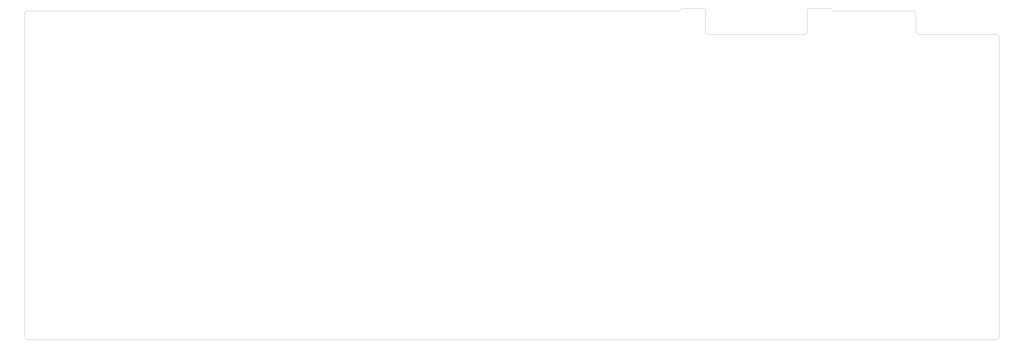
<source format=gbr>
G04 #@! TF.GenerationSoftware,KiCad,Pcbnew,5.1.6*
G04 #@! TF.CreationDate,2020-10-03T15:38:36+02:00*
G04 #@! TF.ProjectId,gh80-3003,67683830-2d33-4303-9033-2e6b69636164,rev?*
G04 #@! TF.SameCoordinates,Original*
G04 #@! TF.FileFunction,Profile,NP*
%FSLAX46Y46*%
G04 Gerber Fmt 4.6, Leading zero omitted, Abs format (unit mm)*
G04 Created by KiCad (PCBNEW 5.1.6) date 2020-10-03 15:38:36*
%MOMM*%
%LPD*%
G01*
G04 APERTURE LIST*
G04 #@! TA.AperFunction,Profile*
%ADD10C,0.100000*%
G04 #@! TD*
G04 APERTURE END LIST*
D10*
X439340994Y2976565D02*
X404812840Y2976565D01*
X439340994Y2976565D02*
G75*
G02*
X441126933Y1190626I0J-1785939D01*
G01*
X403026901Y4762504D02*
X403026901Y11906260D01*
X404812840Y2976565D02*
G75*
G02*
X403026901Y4762504I0J1785939D01*
G01*
X295275248Y13692199D02*
X-1190626Y13692199D01*
X353615922Y13692199D02*
X353615922Y4167191D01*
X352425296Y2976565D02*
G75*
G03*
X353615922Y4167191I0J1190626D01*
G01*
X352425296Y2976565D02*
X308372134Y2976565D01*
X401240962Y13692199D02*
X365522182Y13692199D01*
X307181508Y13692198D02*
G75*
G03*
X305990882Y14882824I-1190626J0D01*
G01*
X307181440Y13692192D02*
X307181440Y4167191D01*
X307181508Y4167191D02*
G75*
G03*
X308372134Y2976565I1190626J0D01*
G01*
X305990815Y14882817D02*
X296465815Y14882817D01*
X296465815Y14882817D02*
X295275190Y13692192D01*
X441126933Y1190626D02*
X441126933Y-134540738D01*
X354806548Y14882825D02*
G75*
G03*
X353615922Y13692199I0J-1190626D01*
G01*
X354806548Y14882825D02*
X364331556Y14882825D01*
X364331556Y14882825D02*
X365522182Y13692199D01*
X-2976565Y-134540738D02*
X-2976565Y11906260D01*
X439340994Y-136326677D02*
X-1190626Y-136326677D01*
X-2976565Y11906260D02*
G75*
G02*
X-1190626Y13692199I1785939J0D01*
G01*
X-1190626Y-136326677D02*
G75*
G02*
X-2976565Y-134540738I0J1785939D01*
G01*
X441126933Y-134540738D02*
G75*
G02*
X439340994Y-136326677I-1785939J0D01*
G01*
X401240962Y13692199D02*
G75*
G02*
X403026901Y11906260I0J-1785939D01*
G01*
M02*

</source>
